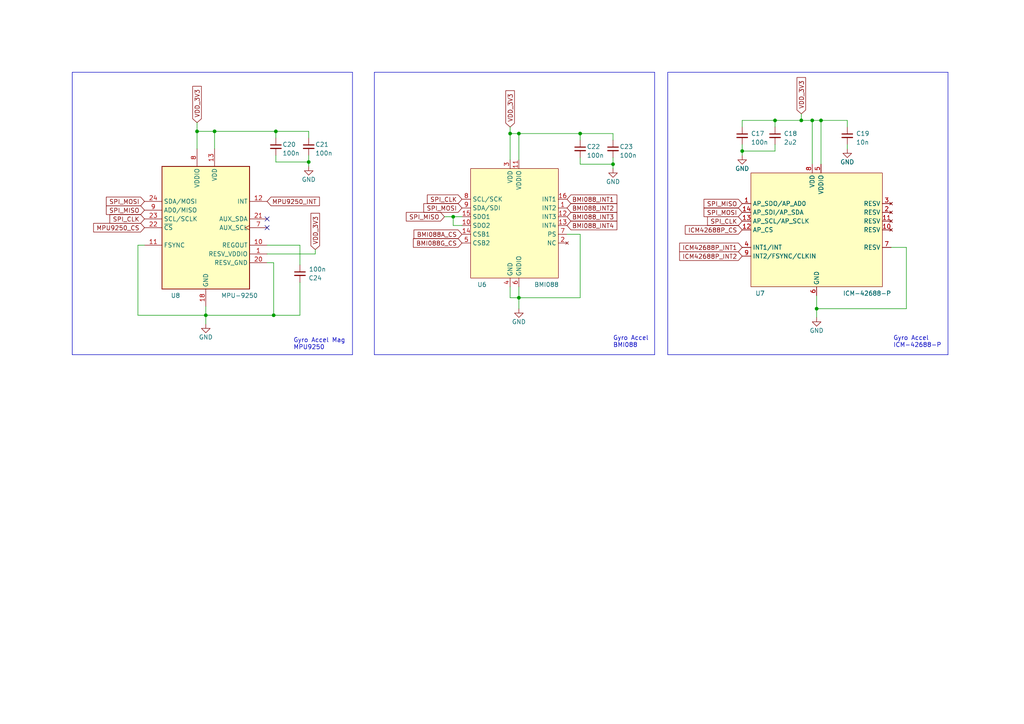
<source format=kicad_sch>
(kicad_sch (version 20231120) (generator "eeschema") (generator_version "8.0")
  (paper "A4")
  (lib_symbols
    (symbol "Device:C_Small" (pin_numbers hide) (pin_names (offset 0.254) hide)
      (property "Reference" "C" (at 0.254 1.778 0))
      (property "Value" "C_Small" (at 0.254 -2.032 0))
      (symbol "C_Small_0_1"
        (polyline (pts (xy -1.524 -0.508) (xy 1.524 -0.508)) (stroke (width 0.3302)))
        (polyline (pts (xy -1.524 0.508) (xy 1.524 0.508)) (stroke (width 0.3048)))
      )
      (symbol "C_Small_1_1"
        (pin passive line (at 0 2.54 270) (length 2.032) (name "~") (number "1"))
        (pin passive line (at 0 -2.54 90) (length 2.032) (name "~") (number "2"))
      )
    )
    (symbol "GND_1" (power) (pin_names (offset 0))
      (property "Value" "GND_1" (at 0 -3.81 0))
      (symbol "GND_1_0_1"
        (polyline (pts (xy 0 0) (xy 0 -1.27) (xy 1.27 -1.27) (xy 0 -2.54) (xy -1.27 -1.27) (xy 0 -1.27)))
      )
      (symbol "GND_1_1_1"
        (pin power_in line (at 0 0 270) (length 0) hide (name "GND") (number "1"))
      )
    )
    (symbol "GND_2" (power) (pin_names (offset 0))
      (property "Value" "GND_2" (at 0 -3.81 0))
      (symbol "GND_2_0_1"
        (polyline (pts (xy 0 0) (xy 0 -1.27) (xy 1.27 -1.27) (xy 0 -2.54) (xy -1.27 -1.27) (xy 0 -1.27)))
      )
      (symbol "GND_2_1_1"
        (pin power_in line (at 0 0 270) (length 0) hide (name "GND") (number "1"))
      )
    )
    (symbol "GND_3" (power) (pin_names (offset 0))
      (property "Value" "GND_3" (at 0 -3.81 0))
      (symbol "GND_3_0_1"
        (polyline (pts (xy 0 0) (xy 0 -1.27) (xy 1.27 -1.27) (xy 0 -2.54) (xy -1.27 -1.27) (xy 0 -1.27)))
      )
      (symbol "GND_3_1_1"
        (pin power_in line (at 0 0 270) (length 0) hide (name "GND") (number "1"))
      )
    )
    (symbol "GND_4" (power) (pin_names (offset 0))
      (property "Value" "GND_4" (at 0 -3.81 0))
      (symbol "GND_4_0_1"
        (polyline (pts (xy 0 0) (xy 0 -1.27) (xy 1.27 -1.27) (xy 0 -2.54) (xy -1.27 -1.27) (xy 0 -1.27)))
      )
      (symbol "GND_4_1_1"
        (pin power_in line (at 0 0 270) (length 0) hide (name "GND") (number "1"))
      )
    )
    (symbol "GND_5" (power) (pin_names (offset 0))
      (property "Value" "GND_5" (at 0 -3.81 0))
      (symbol "GND_5_0_1"
        (polyline (pts (xy 0 0) (xy 0 -1.27) (xy 1.27 -1.27) (xy 0 -2.54) (xy -1.27 -1.27) (xy 0 -1.27)))
      )
      (symbol "GND_5_1_1"
        (pin power_in line (at 0 0 270) (length 0) hide (name "GND") (number "1"))
      )
    )
    (symbol "Sensor_Motion:MPU-9250"
      (property "Reference" "U" (at -11.43 19.05 0))
      (property "Value" "MPU-9250" (at 7.62 -19.05 0))
      (symbol "MPU-9250_0_1"
        (rectangle (start -12.7 17.78) (end 12.7 -17.78) (stroke (width 0.254)) (fill (type background)))
      )
      (symbol "MPU-9250_1_1"
        (pin input line (at 17.78 -7.62 180) (length 5.08) (name "RESV_VDDIO") (number "1"))
        (pin passive line (at 17.78 -5.08 180) (length 5.08) (name "REGOUT") (number "10"))
        (pin input line (at -17.78 -5.08 0) (length 5.08) (name "FSYNC") (number "11"))
        (pin output line (at 17.78 7.62 180) (length 5.08) (name "INT") (number "12"))
        (pin power_in line (at 2.54 22.86 270) (length 5.08) (name "VDD") (number "13"))
        (pin power_in line (at 0 -22.86 90) (length 5.08) (name "GND") (number "18"))
        (pin power_in line (at 17.78 -10.16 180) (length 5.08) (name "RESV_GND") (number "20"))
        (pin bidirectional line (at 17.78 2.54 180) (length 5.08) (name "AUX_SDA") (number "21"))
        (pin input line (at -17.78 0 0) (length 5.08) (name "~{CS}") (number "22"))
        (pin input line (at -17.78 2.54 0) (length 5.08) (name "SCL/SCLK") (number "23"))
        (pin bidirectional line (at -17.78 7.62 0) (length 5.08) (name "SDA/MOSI") (number "24"))
        (pin output clock (at 17.78 0 180) (length 5.08) (name "AUX_SCL") (number "7"))
        (pin power_in line (at -2.54 22.86 270) (length 5.08) (name "VDDIO") (number "8"))
        (pin bidirectional line (at -17.78 5.08 0) (length 5.08) (name "AD0/MISO") (number "9"))
      )
    )
    (symbol "power:GND" (power) (pin_names (offset 0))
      (property "Value" "GND" (at 0 -3.81 0))
      (symbol "GND_0_1"
        (polyline (pts (xy 0 0) (xy 0 -1.27) (xy 1.27 -1.27) (xy 0 -2.54) (xy -1.27 -1.27) (xy 0 -1.27)))
      )
      (symbol "GND_1_1"
        (pin power_in line (at 0 0 270) (length 0) hide (name "GND") (number "1"))
      )
    )
    (symbol "user_lib:BMI088"
      (property "Reference" "U" (at 8.89 -17.78 0))
      (property "Value" "BMI088" (at -8.89 -17.78 0))
      (symbol "BMI088_1_1"
        (rectangle (start -12.7 15.24) (end 12.7 -16.51) (fill (type background)))
        (pin bidirectional line (at 15.24 3.81 180) (length 2.54) (name "INT2") (number "1"))
        (pin output line (at -15.24 -1.27 0) (length 2.54) (name "SDO2") (number "10"))
        (pin power_in line (at 1.27 17.78 270) (length 2.54) (name "VDDIO") (number "11"))
        (pin bidirectional line (at 15.24 1.27 180) (length 2.54) (name "INT3") (number "12"))
        (pin bidirectional line (at 15.24 -1.27 180) (length 2.54) (name "INT4") (number "13"))
        (pin input line (at -15.24 -3.81 0) (length 2.54) (name "CSB1") (number "14"))
        (pin output line (at -15.24 1.27 0) (length 2.54) (name "SDO1") (number "15"))
        (pin bidirectional line (at 15.24 6.35 180) (length 2.54) (name "INT1") (number "16"))
        (pin no_connect line (at 15.24 -6.35 180) (length 2.54) (name "NC") (number "2"))
        (pin power_in line (at -1.27 17.78 270) (length 2.54) (name "VDD") (number "3"))
        (pin power_in line (at -1.27 -19.05 90) (length 2.54) (name "GND") (number "4"))
        (pin input line (at -15.24 -6.35 0) (length 2.54) (name "CSB2") (number "5"))
        (pin power_in line (at 1.27 -19.05 90) (length 2.54) (name "GNDIO") (number "6"))
        (pin input line (at 15.24 -3.81 180) (length 2.54) (name "PS") (number "7"))
        (pin input line (at -15.24 6.35 0) (length 2.54) (name "SCL/SCK") (number "8"))
        (pin bidirectional line (at -15.24 3.81 0) (length 2.54) (name "SDA/SDI") (number "9"))
      )
    )
    (symbol "user_lib:ICM-42688-P"
      (property "Reference" "U" (at -19.05 -21.59 0))
      (property "Value" "ICM-42688-P" (at 16.51 -21.59 0))
      (symbol "ICM-42688-P_1_1"
        (rectangle (start -19.05 13.97) (end 19.05 -19.05) (fill (type background)))
        (pin output line (at -21.59 5.08 0) (length 2.54) (name "AP_SDO/AP_AD0") (number "1"))
        (pin no_connect line (at 21.59 -2.54 180) (length 2.54) (name "RESV") (number "10"))
        (pin no_connect line (at 21.59 0 180) (length 2.54) (name "RESV") (number "11"))
        (pin input line (at -21.59 -2.54 0) (length 2.54) (name "AP_CS") (number "12"))
        (pin input line (at -21.59 0 0) (length 2.54) (name "AP_SCL/AP_SCLK") (number "13"))
        (pin input line (at -21.59 2.54 0) (length 2.54) (name "AP_SDI/AP_SDA") (number "14"))
        (pin no_connect line (at 21.59 2.54 180) (length 2.54) (name "RESV") (number "2"))
        (pin no_connect line (at 21.59 5.08 180) (length 2.54) (name "RESV") (number "3"))
        (pin output line (at -21.59 -7.62 0) (length 2.54) (name "INT1/INT") (number "4"))
        (pin power_in line (at 1.27 16.51 270) (length 2.54) (name "VDDIO") (number "5"))
        (pin power_in line (at 0 -21.59 90) (length 2.54) (name "GND") (number "6"))
        (pin unspecified line (at 21.59 -7.62 180) (length 2.54) (name "RESV") (number "7"))
        (pin power_in line (at -1.27 16.51 270) (length 2.54) (name "VDD") (number "8"))
        (pin output line (at -21.59 -10.16 0) (length 2.54) (name "INT2/FSYNC/CLKIN") (number "9"))
      )
    )
  )
  (junction (at 168.275 38.735))
  (junction (at 150.495 38.735))
  (junction (at 79.375 91.44))
  (junction (at 235.585 34.925))
  (junction (at 131.445 62.865))
  (junction (at 147.955 38.735))
  (junction (at 177.8 47.625))
  (junction (at 236.855 89.535))
  (junction (at 80.01 38.1))
  (junction (at 59.69 91.44))
  (junction (at 232.41 34.925))
  (junction (at 150.495 86.36))
  (junction (at 57.15 38.1))
  (junction (at 238.125 34.925))
  (junction (at 89.535 46.99))
  (junction (at 224.79 34.925))
  (junction (at 62.23 38.1))
  (junction (at 215.265 43.815))
  (no_connect (at 77.47 66.04))
  (no_connect (at 77.47 63.5))
  (wire (pts (xy 224.79 41.91) (xy 224.79 43.815)))
  (wire (pts (xy 86.995 91.44) (xy 79.375 91.44)))
  (wire (pts (xy 57.15 38.1) (xy 57.15 43.18)))
  (polyline (pts (xy 274.955 102.87) (xy 193.675 102.87)))
  (wire (pts (xy 79.375 76.2) (xy 79.375 91.44)))
  (wire (pts (xy 147.955 36.83) (xy 147.955 38.735)))
  (wire (pts (xy 150.495 38.735) (xy 168.275 38.735)))
  (wire (pts (xy 57.15 38.1) (xy 62.23 38.1)))
  (wire (pts (xy 262.89 71.755) (xy 262.89 89.535)))
  (wire (pts (xy 168.275 67.945) (xy 168.275 86.36)))
  (wire (pts (xy 77.47 71.12) (xy 86.995 71.12)))
  (wire (pts (xy 41.91 71.12) (xy 40.005 71.12)))
  (wire (pts (xy 224.79 34.925) (xy 215.265 34.925)))
  (wire (pts (xy 89.535 45.085) (xy 89.535 46.99)))
  (wire (pts (xy 168.275 45.72) (xy 168.275 47.625)))
  (wire (pts (xy 236.855 85.725) (xy 236.855 89.535)))
  (polyline (pts (xy 108.585 20.955) (xy 108.585 102.87)))
  (wire (pts (xy 89.535 40.005) (xy 89.535 38.1)))
  (polyline (pts (xy 193.675 20.955) (xy 193.675 102.87)))
  (wire (pts (xy 89.535 46.99) (xy 89.535 48.26)))
  (wire (pts (xy 150.495 83.185) (xy 150.495 86.36)))
  (wire (pts (xy 215.265 43.815) (xy 215.265 45.085)))
  (wire (pts (xy 235.585 34.925) (xy 238.125 34.925)))
  (polyline (pts (xy 193.675 20.955) (xy 274.955 20.955)))
  (wire (pts (xy 131.445 62.865) (xy 133.985 62.865)))
  (wire (pts (xy 59.69 91.44) (xy 40.005 91.44)))
  (wire (pts (xy 232.41 34.925) (xy 235.585 34.925)))
  (wire (pts (xy 215.265 34.925) (xy 215.265 36.83)))
  (polyline (pts (xy 102.235 20.955) (xy 102.235 102.87)))
  (wire (pts (xy 150.495 86.36) (xy 168.275 86.36)))
  (wire (pts (xy 150.495 86.36) (xy 150.495 89.535)))
  (wire (pts (xy 236.855 89.535) (xy 236.855 92.075)))
  (wire (pts (xy 147.955 38.735) (xy 150.495 38.735)))
  (wire (pts (xy 245.745 34.925) (xy 245.745 36.83)))
  (wire (pts (xy 80.01 46.99) (xy 89.535 46.99)))
  (wire (pts (xy 131.445 65.405) (xy 131.445 62.865)))
  (wire (pts (xy 224.79 43.815) (xy 215.265 43.815)))
  (wire (pts (xy 224.79 34.925) (xy 224.79 36.83)))
  (wire (pts (xy 62.23 38.1) (xy 80.01 38.1)))
  (wire (pts (xy 59.69 88.9) (xy 59.69 91.44)))
  (wire (pts (xy 80.01 45.085) (xy 80.01 46.99)))
  (polyline (pts (xy 274.955 20.955) (xy 274.955 102.87)))
  (wire (pts (xy 238.125 34.925) (xy 245.745 34.925)))
  (wire (pts (xy 86.995 71.12) (xy 86.995 76.835)))
  (wire (pts (xy 177.8 40.64) (xy 177.8 38.735)))
  (wire (pts (xy 133.985 65.405) (xy 131.445 65.405)))
  (wire (pts (xy 59.69 91.44) (xy 59.69 93.98)))
  (wire (pts (xy 215.265 43.815) (xy 215.265 41.91)))
  (wire (pts (xy 164.465 67.945) (xy 168.275 67.945)))
  (wire (pts (xy 177.8 47.625) (xy 177.8 48.895)))
  (polyline (pts (xy 189.865 102.87) (xy 108.585 102.87)))
  (wire (pts (xy 150.495 38.735) (xy 150.495 46.355)))
  (wire (pts (xy 238.125 34.925) (xy 238.125 47.625)))
  (wire (pts (xy 262.89 89.535) (xy 236.855 89.535)))
  (polyline (pts (xy 189.865 20.955) (xy 189.865 102.87)))
  (wire (pts (xy 80.01 38.1) (xy 89.535 38.1)))
  (wire (pts (xy 91.44 73.66) (xy 91.44 72.39)))
  (wire (pts (xy 59.69 91.44) (xy 79.375 91.44)))
  (wire (pts (xy 40.005 71.12) (xy 40.005 91.44)))
  (wire (pts (xy 62.23 38.1) (xy 62.23 43.18)))
  (wire (pts (xy 235.585 34.925) (xy 235.585 47.625)))
  (wire (pts (xy 77.47 76.2) (xy 79.375 76.2)))
  (wire (pts (xy 168.275 38.735) (xy 177.8 38.735)))
  (wire (pts (xy 80.01 38.1) (xy 80.01 40.005)))
  (wire (pts (xy 147.955 38.735) (xy 147.955 46.355)))
  (wire (pts (xy 147.955 83.185) (xy 147.955 86.36)))
  (wire (pts (xy 57.15 35.56) (xy 57.15 38.1)))
  (wire (pts (xy 128.905 62.865) (xy 131.445 62.865)))
  (wire (pts (xy 177.8 45.72) (xy 177.8 47.625)))
  (wire (pts (xy 168.275 47.625) (xy 177.8 47.625)))
  (polyline (pts (xy 20.955 20.955) (xy 102.235 20.955)))
  (wire (pts (xy 245.745 41.91) (xy 245.745 43.18)))
  (wire (pts (xy 168.275 38.735) (xy 168.275 40.64)))
  (wire (pts (xy 232.41 33.02) (xy 232.41 34.925)))
  (wire (pts (xy 147.955 86.36) (xy 150.495 86.36)))
  (polyline (pts (xy 20.955 20.955) (xy 20.955 102.87)))
  (polyline (pts (xy 102.235 102.87) (xy 20.955 102.87)))
  (wire (pts (xy 77.47 73.66) (xy 91.44 73.66)))
  (wire (pts (xy 86.995 81.915) (xy 86.995 91.44)))
  (wire (pts (xy 258.445 71.755) (xy 262.89 71.755)))
  (polyline (pts (xy 108.585 20.955) (xy 189.865 20.955)))
  (wire (pts (xy 224.79 34.925) (xy 232.41 34.925)))
  (text "Gyro Accel Mag\nMPU9250" (at 85.09 101.6 0) (effects (font (size 1.27 1.27)) (justify left bottom)))
  (text "Gyro Accel\nBMI088" (at 177.8 100.965 0) (effects (font (size 1.27 1.27)) (justify left bottom)))
  (text "Gyro Accel\nICM-42688-P" (at 259.08 100.965 0) (effects (font (size 1.27 1.27)) (justify left bottom)))
  (global_label "SPI_MISO" (shape input) (at 41.91 60.96 180) (property "Intersheetrefs" "${INTERSHEET_REFS}" (effects (hide yes))))
  (global_label "SPI_CLK" (shape input) (at 41.91 63.5 180) (property "Intersheetrefs" "${INTERSHEET_REFS}" (effects (hide yes))))
  (global_label "MPU9250_INT" (shape input) (at 77.47 58.42 0) (property "Intersheetrefs" "${INTERSHEET_REFS}" (effects (hide yes))))
  (global_label "ICM42688P_INT2" (shape input) (at 215.265 74.295 180) (property "Intersheetrefs" "${INTERSHEET_REFS}" (effects (hide yes))))
  (global_label "MPU9250_CS" (shape input) (at 41.91 66.04 180) (property "Intersheetrefs" "${INTERSHEET_REFS}" (effects (hide yes))))
  (global_label "BMI088_INT3" (shape input) (at 164.465 62.865 0) (property "Intersheetrefs" "${INTERSHEET_REFS}" (effects (hide yes))))
  (global_label "ICM42688P_CS" (shape input) (at 215.265 66.675 180) (property "Intersheetrefs" "${INTERSHEET_REFS}" (effects (hide yes))))
  (global_label "SPI_MISO" (shape input) (at 128.905 62.865 180) (property "Intersheetrefs" "${INTERSHEET_REFS}" (effects (hide yes))))
  (global_label "BMI088_INT1" (shape input) (at 164.465 57.785 0) (property "Intersheetrefs" "${INTERSHEET_REFS}" (effects (hide yes))))
  (global_label "SPI_MOSI" (shape input) (at 215.265 61.595 180) (property "Intersheetrefs" "${INTERSHEET_REFS}" (effects (hide yes))))
  (global_label "VDD_3V3" (shape input) (at 91.44 72.39 90) (property "Intersheetrefs" "${INTERSHEET_REFS}" (effects (hide yes))))
  (global_label "SPI_CLK" (shape input) (at 133.985 57.785 180) (property "Intersheetrefs" "${INTERSHEET_REFS}" (effects (hide yes))))
  (global_label "VDD_3V3" (shape input) (at 232.41 33.02 90) (property "Intersheetrefs" "${INTERSHEET_REFS}" (effects (hide yes))))
  (global_label "BMI088_INT4" (shape input) (at 164.465 65.405 0) (property "Intersheetrefs" "${INTERSHEET_REFS}" (effects (hide yes))))
  (global_label "SPI_MISO" (shape input) (at 215.265 59.055 180) (property "Intersheetrefs" "${INTERSHEET_REFS}" (effects (hide yes))))
  (global_label "VDD_3V3" (shape input) (at 147.955 36.83 90) (property "Intersheetrefs" "${INTERSHEET_REFS}" (effects (hide yes))))
  (global_label "SPI_MOSI" (shape input) (at 41.91 58.42 180) (property "Intersheetrefs" "${INTERSHEET_REFS}" (effects (hide yes))))
  (global_label "SPI_MOSI" (shape input) (at 133.985 60.325 180) (property "Intersheetrefs" "${INTERSHEET_REFS}" (effects (hide yes))))
  (global_label "VDD_3V3" (shape input) (at 57.15 35.56 90) (property "Intersheetrefs" "${INTERSHEET_REFS}" (effects (hide yes))))
  (global_label "BMI088A_CS" (shape input) (at 133.985 67.945 180) (property "Intersheetrefs" "${INTERSHEET_REFS}" (effects (hide yes))))
  (global_label "ICM42688P_INT1" (shape input) (at 215.265 71.755 180) (property "Intersheetrefs" "${INTERSHEET_REFS}" (effects (hide yes))))
  (global_label "BMI088G_CS" (shape input) (at 133.985 70.485 180) (property "Intersheetrefs" "${INTERSHEET_REFS}" (effects (hide yes))))
  (global_label "SPI_CLK" (shape input) (at 215.265 64.135 180) (property "Intersheetrefs" "${INTERSHEET_REFS}" (effects (hide yes))))
  (global_label "BMI088_INT2" (shape input) (at 164.465 60.325 0) (property "Intersheetrefs" "${INTERSHEET_REFS}" (effects (hide yes))))
  (symbol (lib_id "Device:C_Small") (at 215.265 39.37 0) (unit 1)
    (property "Reference" "C17" (at 217.805 38.7413 0) (effects (justify left)))
    (property "Value" "100n" (at 217.805 41.2813 0) (effects (justify left)))
    (property "Footprint" "Capacitor_SMD:C_0603_1608Metric" (effects (hide yes)))
  )
  (symbol (lib_name "GND_2") (lib_id "power:GND") (at 89.535 48.26 0) (unit 1)
    (property "Reference" "#PWR020" (effects (hide yes)))
    (property "Value" "GND" (at 89.535 52.07 0))
  )
  (symbol (lib_id "Device:C_Small") (at 86.995 79.375 0) (unit 1)
    (property "Reference" "C24" (at 91.44 80.645 0))
    (property "Value" "100n" (at 92.075 78.105 0))
    (property "Footprint" "Capacitor_SMD:C_0603_1608Metric" (effects (hide yes)))
  )
  (symbol (lib_id "Device:C_Small") (at 245.745 39.37 0) (unit 1)
    (property "Reference" "C19" (at 248.285 38.7413 0) (effects (justify left)))
    (property "Value" "10n" (at 248.285 41.2813 0) (effects (justify left)))
    (property "Footprint" "Capacitor_SMD:C_0603_1608Metric" (effects (hide yes)))
  )
  (symbol (lib_name "GND_5") (lib_id "power:GND") (at 245.745 43.18 0) (unit 1)
    (property "Reference" "#PWR018" (effects (hide yes)))
    (property "Value" "GND" (at 245.745 46.99 0))
  )
  (symbol (lib_id "Device:C_Small") (at 168.275 43.18 0) (unit 1)
    (property "Reference" "C22" (at 170.18 42.545 0) (effects (justify left)))
    (property "Value" "100n" (at 170.18 45.085 0) (effects (justify left)))
    (property "Footprint" "Capacitor_SMD:C_0603_1608Metric" (effects (hide yes)))
  )
  (symbol (lib_id "user_lib:BMI088") (at 149.225 64.135 0) (unit 1)
    (property "Reference" "U6" (at 138.43 82.55 0) (effects (justify left)))
    (property "Value" "BMI088" (at 154.94 82.55 0) (effects (justify left)))
    (property "Footprint" "user_lib:LGA-16_3x4.5x0.95mm" (effects (hide yes)))
  )
  (symbol (lib_id "user_lib:ICM-42688-P") (at 236.855 64.135 0) (unit 1)
    (property "Reference" "U7" (at 219.075 85.09 0) (effects (justify left)))
    (property "Value" "ICM-42688-P" (at 244.475 85.09 0) (effects (justify left)))
    (property "Footprint" "user_lib:LGA-14_2.5x3x0.91mm" (effects (hide yes)))
  )
  (symbol (lib_id "Device:C_Small") (at 89.535 42.545 0) (unit 1)
    (property "Reference" "C21" (at 91.44 41.91 0) (effects (justify left)))
    (property "Value" "100n" (at 91.44 44.45 0) (effects (justify left)))
    (property "Footprint" "Capacitor_SMD:C_0603_1608Metric" (effects (hide yes)))
  )
  (symbol (lib_id "Device:C_Small") (at 177.8 43.18 0) (unit 1)
    (property "Reference" "C23" (at 179.705 42.545 0) (effects (justify left)))
    (property "Value" "100n" (at 179.705 45.085 0) (effects (justify left)))
    (property "Footprint" "Capacitor_SMD:C_0603_1608Metric" (effects (hide yes)))
  )
  (symbol (lib_name "GND_4") (lib_id "power:GND") (at 215.265 45.085 0) (unit 1)
    (property "Reference" "#PWR019" (effects (hide yes)))
    (property "Value" "GND" (at 215.265 48.895 0))
  )
  (symbol (lib_id "power:GND") (at 59.69 93.98 0) (unit 1)
    (property "Reference" "#PWR024" (effects (hide yes)))
    (property "Value" "GND" (at 59.69 97.79 0))
  )
  (symbol (lib_id "Device:C_Small") (at 80.01 42.545 0) (unit 1)
    (property "Reference" "C20" (at 81.915 41.91 0) (effects (justify left)))
    (property "Value" "100n" (at 81.915 44.45 0) (effects (justify left)))
    (property "Footprint" "Capacitor_SMD:C_0603_1608Metric" (effects (hide yes)))
  )
  (symbol (lib_id "Sensor_Motion:MPU-9250") (at 59.69 66.04 0) (unit 1)
    (property "Reference" "U8" (at 49.53 85.725 0) (effects (justify left)))
    (property "Value" "MPU-9250" (at 64.135 85.725 0) (effects (justify left)))
    (property "Footprint" "Sensor_Motion:InvenSense_QFN-24_3x3mm_P0.4mm" (effects (hide yes)))
    (property "Datasheet" "https://store.invensense.com/datasheets/invensense/MPU9250REV1.0.pdf" (effects (hide yes)))
  )
  (symbol (lib_name "GND_3") (lib_id "power:GND") (at 236.855 92.075 0) (unit 1)
    (property "Reference" "#PWR023" (effects (hide yes)))
    (property "Value" "GND" (at 236.855 95.885 0))
  )
  (symbol (lib_name "GND_1") (lib_id "power:GND") (at 150.495 89.535 0) (unit 1)
    (property "Reference" "#PWR022" (effects (hide yes)))
    (property "Value" "GND" (at 150.495 93.345 0))
  )
  (symbol (lib_name "GND_2") (lib_id "power:GND") (at 177.8 48.895 0) (unit 1)
    (property "Reference" "#PWR021" (effects (hide yes)))
    (property "Value" "GND" (at 177.8 52.705 0))
  )
  (symbol (lib_id "Device:C_Small") (at 224.79 39.37 0) (unit 1)
    (property "Reference" "C18" (at 227.33 38.7413 0) (effects (justify left)))
    (property "Value" "2u2" (at 227.33 41.2813 0) (effects (justify left)))
    (property "Footprint" "Capacitor_SMD:C_0603_1608Metric" (effects (hide yes)))
  )
)
</source>
